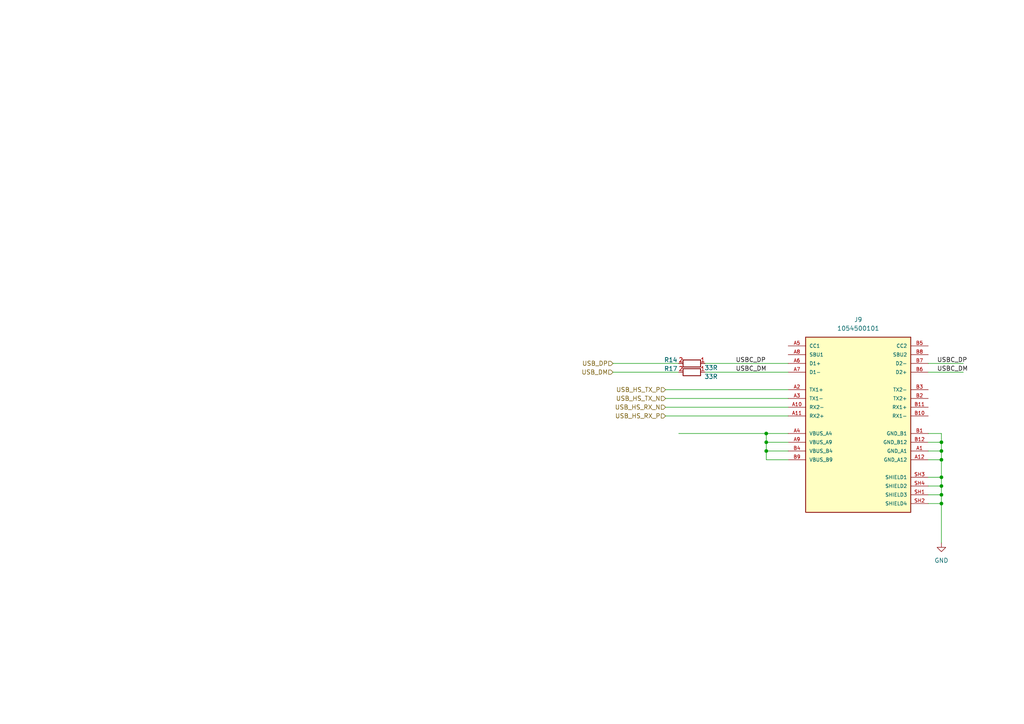
<source format=kicad_sch>
(kicad_sch (version 20250114) (generator "eeschema") (generator_version "9.0")
  (paper "A4")
  (lib_symbols
    (symbol "1054500101:1054500101" (pin_names (offset 1.016))
      (property "Reference" "J" (at -15.24 26.162 0))
      (property "Value" "1054500101" (at -15.24 -27.94 0))
      (symbol "1054500101_0_0"
        (rectangle (start -15.24 -25.4) (end 15.24 25.4) (stroke (width 0.254)) (fill (type background)))
        (pin bidirectional line (at -20.32 22.86 0) (length 5.08) (name "CC1") (number "A5"))
        (pin bidirectional line (at -20.32 20.32 0) (length 5.08) (name "SBU1") (number "A8"))
        (pin bidirectional line (at -20.32 17.78 0) (length 5.08) (name "D1+") (number "A6"))
        (pin bidirectional line (at -20.32 15.24 0) (length 5.08) (name "D1-") (number "A7"))
        (pin bidirectional line (at -20.32 10.16 0) (length 5.08) (name "TX1+") (number "A2"))
        (pin bidirectional line (at -20.32 7.62 0) (length 5.08) (name "TX1-") (number "A3"))
        (pin bidirectional line (at -20.32 5.08 0) (length 5.08) (name "RX2-") (number "A10"))
        (pin bidirectional line (at -20.32 2.54 0) (length 5.08) (name "RX2+") (number "A11"))
        (pin power_in line (at -20.32 -2.54 0) (length 5.08) (name "VBUS_A4") (number "A4"))
        (pin power_in line (at -20.32 -5.08 0) (length 5.08) (name "VBUS_A9") (number "A9"))
        (pin power_in line (at -20.32 -7.62 0) (length 5.08) (name "VBUS_B4") (number "B4"))
        (pin power_in line (at -20.32 -10.16 0) (length 5.08) (name "VBUS_B9") (number "B9"))
        (pin bidirectional line (at 20.32 22.86 180) (length 5.08) (name "CC2") (number "B5"))
        (pin bidirectional line (at 20.32 20.32 180) (length 5.08) (name "SBU2") (number "B8"))
        (pin bidirectional line (at 20.32 17.78 180) (length 5.08) (name "D2-") (number "B7"))
        (pin bidirectional line (at 20.32 15.24 180) (length 5.08) (name "D2+") (number "B6"))
        (pin bidirectional line (at 20.32 10.16 180) (length 5.08) (name "TX2-") (number "B3"))
        (pin bidirectional line (at 20.32 7.62 180) (length 5.08) (name "TX2+") (number "B2"))
        (pin bidirectional line (at 20.32 5.08 180) (length 5.08) (name "RX1+") (number "B11"))
        (pin bidirectional line (at 20.32 2.54 180) (length 5.08) (name "RX1-") (number "B10"))
        (pin power_in line (at 20.32 -2.54 180) (length 5.08) (name "GND_B1") (number "B1"))
        (pin power_in line (at 20.32 -5.08 180) (length 5.08) (name "GND_B12") (number "B12"))
        (pin power_in line (at 20.32 -7.62 180) (length 5.08) (name "GND_A1") (number "A1"))
        (pin power_in line (at 20.32 -10.16 180) (length 5.08) (name "GND_A12") (number "A12"))
        (pin passive line (at 20.32 -15.24 180) (length 5.08) (name "SHIELD1") (number "SH3"))
        (pin passive line (at 20.32 -17.78 180) (length 5.08) (name "SHIELD2") (number "SH4"))
        (pin passive line (at 20.32 -20.32 180) (length 5.08) (name "SHIELD3") (number "SH1"))
        (pin passive line (at 20.32 -22.86 180) (length 5.08) (name "SHIELD4") (number "SH2"))
      )
    )
    (symbol "PPA-Pasive:Res" (pin_names (offset 1.016))
      (property "Reference" "R" (at -2.54 2.54 0))
      (property "Value" "Res" (at -1.27 -2.54 0))
      (symbol "Res_1_1"
        (rectangle (start 2.54 -1.016) (end -2.54 1.016) (stroke (width 0.254)))
        (pin passive line (at -3.81 0 0) (length 1.27) (name "~") (number "1"))
        (pin passive line (at 3.81 0 180) (length 1.27) (name "~") (number "2"))
      )
    )
    (symbol "power:GND" (power) (pin_names (offset 0))
      (property "Value" "GND" (at 0 -3.81 0))
      (symbol "GND_0_1"
        (polyline (pts (xy 0 0) (xy 0 -1.27) (xy 1.27 -1.27) (xy 0 -2.54) (xy -1.27 -1.27) (xy 0 -1.27)))
      )
      (symbol "GND_1_1"
        (pin power_in line (at 0 0 270) (length 0) (hide yes) (name "GND") (number "1"))
      )
    )
  )
  (junction (at 222.25 125.73))
  (junction (at 222.25 128.27))
  (junction (at 273.05 133.35))
  (junction (at 273.05 146.05))
  (junction (at 273.05 138.43))
  (junction (at 273.05 140.97))
  (junction (at 273.05 130.81))
  (junction (at 273.05 143.51))
  (junction (at 273.05 128.27))
  (junction (at 222.25 130.81))
  (wire (pts (xy 222.25 125.73) (xy 228.6 125.73)))
  (wire (pts (xy 273.05 143.51) (xy 273.05 146.05)))
  (wire (pts (xy 269.24 105.41) (xy 279.4 105.41)))
  (wire (pts (xy 193.04 120.65) (xy 228.6 120.65)))
  (wire (pts (xy 273.05 133.35) (xy 273.05 138.43)))
  (wire (pts (xy 273.05 130.81) (xy 273.05 133.35)))
  (wire (pts (xy 204.47 107.95) (xy 228.6 107.95)))
  (wire (pts (xy 269.24 143.51) (xy 273.05 143.51)))
  (wire (pts (xy 222.25 128.27) (xy 222.25 125.73)))
  (wire (pts (xy 269.24 140.97) (xy 273.05 140.97)))
  (wire (pts (xy 177.8 107.95) (xy 196.85 107.95)))
  (wire (pts (xy 273.05 140.97) (xy 273.05 143.51)))
  (wire (pts (xy 269.24 133.35) (xy 273.05 133.35)))
  (wire (pts (xy 193.04 115.57) (xy 228.6 115.57)))
  (wire (pts (xy 269.24 107.95) (xy 279.4 107.95)))
  (wire (pts (xy 204.47 105.41) (xy 228.6 105.41)))
  (wire (pts (xy 269.24 128.27) (xy 273.05 128.27)))
  (wire (pts (xy 269.24 146.05) (xy 273.05 146.05)))
  (wire (pts (xy 273.05 138.43) (xy 273.05 140.97)))
  (wire (pts (xy 222.25 128.27) (xy 228.6 128.27)))
  (wire (pts (xy 177.8 105.41) (xy 196.85 105.41)))
  (wire (pts (xy 222.25 130.81) (xy 222.25 128.27)))
  (wire (pts (xy 269.24 138.43) (xy 273.05 138.43)))
  (wire (pts (xy 193.04 118.11) (xy 228.6 118.11)))
  (wire (pts (xy 222.25 133.35) (xy 222.25 130.81)))
  (wire (pts (xy 196.85 125.73) (xy 222.25 125.73)))
  (wire (pts (xy 273.05 146.05) (xy 273.05 157.48)))
  (wire (pts (xy 228.6 133.35) (xy 222.25 133.35)))
  (wire (pts (xy 269.24 125.73) (xy 273.05 125.73)))
  (wire (pts (xy 273.05 128.27) (xy 273.05 130.81)))
  (wire (pts (xy 269.24 130.81) (xy 273.05 130.81)))
  (wire (pts (xy 273.05 125.73) (xy 273.05 128.27)))
  (wire (pts (xy 193.04 113.03) (xy 228.6 113.03)))
  (wire (pts (xy 222.25 130.81) (xy 228.6 130.81)))
  (label "USBC_DP" (at 271.78 105.41 0))
  (label "USBC_DM" (at 213.36 107.95 0))
  (label "USBC_DP" (at 213.36 105.41 0))
  (label "USBC_DM" (at 271.78 107.95 0))
  (hierarchical_label "USB_DM" (shape input) (at 177.8 107.95 180))
  (hierarchical_label "USB_DP" (shape input) (at 177.8 105.41 180))
  (hierarchical_label "USB_HS_RX_P" (shape input) (at 193.04 120.65 180))
  (hierarchical_label "USB_HS_TX_P" (shape input) (at 193.04 113.03 180))
  (hierarchical_label "USB_HS_TX_N" (shape input) (at 193.04 115.57 180))
  (hierarchical_label "USB_HS_RX_N" (shape input) (at 193.04 118.11 180))
  (symbol (lib_id "PPA-Pasive:Res") (at 200.66 107.95 180) (unit 1)
    (property "Reference" "R17" (at 194.564 106.934 0))
    (property "Value" "33R" (at 206.248 109.22 0))
    (property "Footprint" "Resistor_SMD:R_0402_1005Metric" (effects (hide yes)))
    (property "Power" "250mW" (effects (hide yes)))
    (property "Tolerance" "=< 5%" (effects (hide yes)))
  )
  (symbol (lib_id "PPA-Pasive:Res") (at 200.66 105.41 180) (unit 1)
    (property "Reference" "R14" (at 194.564 104.394 0))
    (property "Value" "33R" (at 206.248 106.68 0))
    (property "Footprint" "Resistor_SMD:R_0402_1005Metric" (effects (hide yes)))
    (property "Power" "250mW" (effects (hide yes)))
    (property "Tolerance" "=< 5%" (effects (hide yes)))
  )
  (symbol (lib_id "power:GND") (at 273.05 157.48 0) (unit 1)
    (property "Reference" "#PWR0132" (effects (hide yes)))
    (property "Value" "GND" (at 273.05 162.56 0))
    (property "Description" "Power symbol creates a global label with name \"GND\" , ground" (effects (hide yes)))
  )
  (symbol (lib_id "1054500101:1054500101") (at 248.92 123.19 0) (unit 1)
    (property "Reference" "J9" (at 248.92 92.71 0))
    (property "Value" "1054500101" (at 248.92 95.25 0))
    (property "Footprint" "1054500101:MOLEX_1054500101" (effects (hide yes)))
    (property "MF" "Molex" (effects (hide yes)))
    (property "OPTION" "MOLEX_CONFIG" (effects (hide yes)))
    (property "Package" "None" (effects (hide yes)))
    (property "Price" "None" (effects (hide yes)))
    (property "Check_prices" "https://www.snapeda.com/parts/105450-0101/Molex/view-part/?ref=eda" (effects (hide yes)))
    (property "STANDARD" "Manufacturer Recommendations" (effects (hide yes)))
    (property "PARTREV" "A7" (effects (hide yes)))
    (property "SnapEDA_Link" "https://www.snapeda.com/parts/105450-0101/Molex/view-part/?ref=snap" (effects (hide yes)))
    (property "MP" "105450-0101" (effects (hide yes)))
    (property "Description_1" "USB Shielded I/O Receptacle,Type C,Right Angle,Surface Mount,Gold over Nickel | Molex Incorporated 105450-0101" (effects (hide yes)))
    (property "MANUFACTURER" "Molex" (effects (hide yes)))
    (property "Availability" "In Stock" (effects (hide yes)))
    (property "MAXIMUM_PACKAGE_HEIGHT" "3.24mm" (effects (hide yes)))
  )
)
</source>
